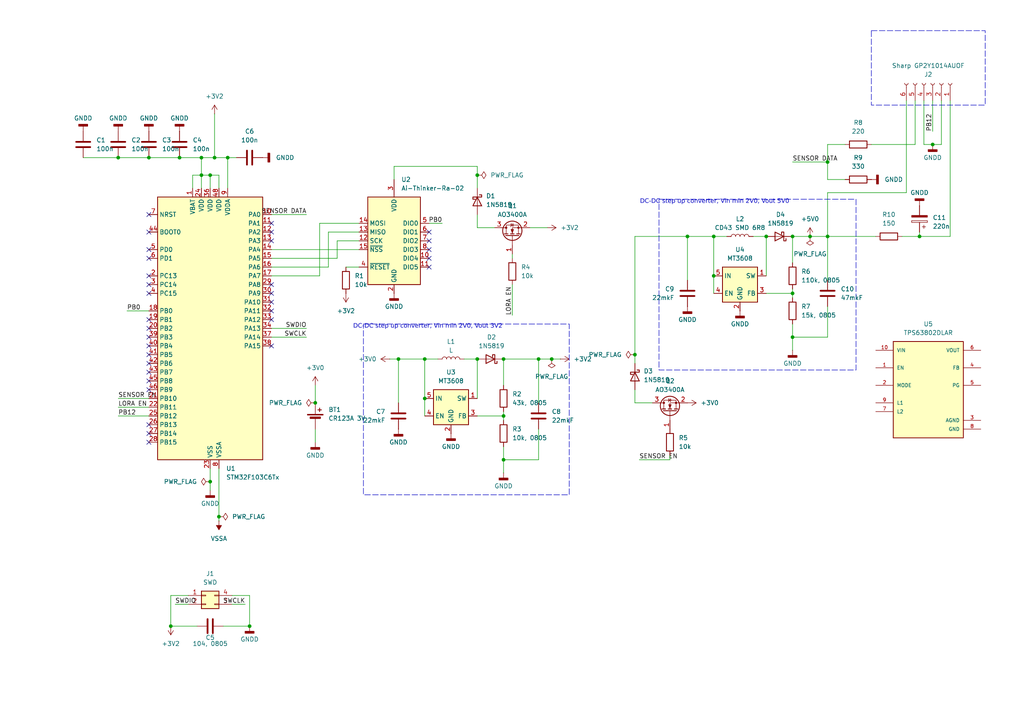
<source format=kicad_sch>
(kicad_sch (version 20250114) (generator "eeschema") (generator_version "9.0")
  (paper "A4")
  (title_block (title "Датчик дыма") (date "2025-05-07") (rev "000.000.001") (comment 2 "Бурыкин И.Ю."))
  (lib_symbols
    (symbol "Connector:Conn_01x06_Socket" (pin_names (offset 1.016) (hide yes))
      (property "Reference" "J" (at 0 7.62 0))
      (property "Value" "Conn_01x06_Socket" (at 0 -10.16 0))
      (symbol "Conn_01x06_Socket_1_1"
        (polyline (pts (xy -1.27 5.08) (xy -0.508 5.08)) (stroke (width 0.1524)))
        (polyline (pts (xy -1.27 2.54) (xy -0.508 2.54)) (stroke (width 0.1524)))
        (polyline (pts (xy -1.27 0) (xy -0.508 0)) (stroke (width 0.1524)))
        (polyline (pts (xy -1.27 -2.54) (xy -0.508 -2.54)) (stroke (width 0.1524)))
        (polyline (pts (xy -1.27 -5.08) (xy -0.508 -5.08)) (stroke (width 0.1524)))
        (polyline (pts (xy -1.27 -7.62) (xy -0.508 -7.62)) (stroke (width 0.1524)))
        (arc (start 0 4.572) (mid -0.5058 5.08) (end 0 5.588) (stroke (width 0.1524)))
        (arc (start 0 2.032) (mid -0.5058 2.54) (end 0 3.048) (stroke (width 0.1524)))
        (arc (start 0 -0.508) (mid -0.5058 0) (end 0 0.508) (stroke (width 0.1524)))
        (arc (start 0 -3.048) (mid -0.5058 -2.54) (end 0 -2.032) (stroke (width 0.1524)))
        (arc (start 0 -5.588) (mid -0.5058 -5.08) (end 0 -4.572) (stroke (width 0.1524)))
        (arc (start 0 -8.128) (mid -0.5058 -7.62) (end 0 -7.112) (stroke (width 0.1524)))
        (pin passive line (at -5.08 5.08 0) (length 3.81) (name "Pin_1") (number "1"))
        (pin passive line (at -5.08 2.54 0) (length 3.81) (name "Pin_2") (number "2"))
        (pin passive line (at -5.08 0 0) (length 3.81) (name "Pin_3") (number "3"))
        (pin passive line (at -5.08 -2.54 0) (length 3.81) (name "Pin_4") (number "4"))
        (pin passive line (at -5.08 -5.08 0) (length 3.81) (name "Pin_5") (number "5"))
        (pin passive line (at -5.08 -7.62 0) (length 3.81) (name "Pin_6") (number "6"))
      )
    )
    (symbol "Connector_Generic:Conn_02x02_Counter_Clockwise" (pin_names (offset 1.016) (hide yes))
      (property "Reference" "J" (at 1.27 2.54 0))
      (property "Value" "Conn_02x02_Counter_Clockwise" (at 1.27 -5.08 0))
      (symbol "Conn_02x02_Counter_Clockwise_1_1"
        (rectangle (start -1.27 1.27) (end 3.81 -3.81) (stroke (width 0.254)) (fill (type background)))
        (rectangle (start -1.27 0.127) (end 0 -0.127) (stroke (width 0.1524)))
        (rectangle (start -1.27 -2.413) (end 0 -2.667) (stroke (width 0.1524)))
        (rectangle (start 3.81 0.127) (end 2.54 -0.127) (stroke (width 0.1524)))
        (rectangle (start 3.81 -2.413) (end 2.54 -2.667) (stroke (width 0.1524)))
        (pin passive line (at -5.08 0 0) (length 3.81) (name "Pin_1") (number "1"))
        (pin passive line (at -5.08 -2.54 0) (length 3.81) (name "Pin_2") (number "2"))
        (pin passive line (at 7.62 0 180) (length 3.81) (name "Pin_4") (number "4"))
        (pin passive line (at 7.62 -2.54 180) (length 3.81) (name "Pin_3") (number "3"))
      )
    )
    (symbol "Custom_library:TPS63802DLAR" (pin_names (offset 1.016))
      (property "Reference" "U" (at -10.16 13.97 0))
      (property "Value" "TPS63802DLAR" (at -10.16 -16.51 0))
      (symbol "TPS63802DLAR_0_0"
        (rectangle (start -10.16 -15.24) (end 10.16 12.7) (stroke (width 0.254)) (fill (type background)))
        (pin input line (at -15.24 10.16 0) (length 5.08) (name "VIN") (number "10"))
        (pin input line (at -15.24 5.08 0) (length 5.08) (name "EN") (number "1"))
        (pin input line (at -15.24 0 0) (length 5.08) (name "MODE") (number "2"))
        (pin passive line (at -15.24 -5.08 0) (length 5.08) (name "L1") (number "9"))
        (pin passive line (at -15.24 -7.62 0) (length 5.08) (name "L2") (number "7"))
        (pin output line (at 15.24 10.16 180) (length 5.08) (name "VOUT") (number "6"))
        (pin input line (at 15.24 5.08 180) (length 5.08) (name "FB") (number "4"))
        (pin output line (at 15.24 0 180) (length 5.08) (name "PG") (number "5"))
        (pin power_in line (at 15.24 -10.16 180) (length 5.08) (name "AGND") (number "3"))
        (pin power_in line (at 15.24 -12.7 180) (length 5.08) (name "GND") (number "8"))
      )
    )
    (symbol "Device:Battery_Cell" (pin_numbers (hide yes)) (pin_names (offset 0) (hide yes))
      (property "Reference" "BT" (at 2.54 2.54 0))
      (property "Value" "Battery_Cell" (at 2.54 0 0))
      (symbol "Battery_Cell_0_1"
        (rectangle (start -2.286 1.778) (end 2.286 1.524) (fill (type outline)))
        (rectangle (start -1.524 1.016) (end 1.524 0.508) (fill (type outline)))
        (polyline (pts (xy 0 1.778) (xy 0 2.54)))
        (polyline (pts (xy 0 0.762) (xy 0 0)))
        (polyline (pts (xy 0.762 3.048) (xy 1.778 3.048)) (stroke (width 0.254)))
        (polyline (pts (xy 1.27 3.556) (xy 1.27 2.54)) (stroke (width 0.254)))
      )
      (symbol "Battery_Cell_1_1"
        (pin passive line (at 0 5.08 270) (length 2.54) (name "+") (number "1"))
        (pin passive line (at 0 -2.54 90) (length 2.54) (name "-") (number "2"))
      )
    )
    (symbol "Device:C" (pin_numbers (hide yes)) (pin_names (offset 0.254))
      (property "Reference" "C" (at 0.635 2.54 0))
      (property "Value" "C" (at 0.635 -2.54 0))
      (symbol "C_0_1"
        (polyline (pts (xy -2.032 0.762) (xy 2.032 0.762)) (stroke (width 0.508)))
        (polyline (pts (xy -2.032 -0.762) (xy 2.032 -0.762)) (stroke (width 0.508)))
      )
      (symbol "C_1_1"
        (pin passive line (at 0 3.81 270) (length 2.794) (name "~") (number "1"))
        (pin passive line (at 0 -3.81 90) (length 2.794) (name "~") (number "2"))
      )
    )
    (symbol "Device:C_Polarized" (pin_numbers (hide yes)) (pin_names (offset 0.254))
      (property "Reference" "C" (at 0.635 2.54 0))
      (property "Value" "C_Polarized" (at 0.635 -2.54 0))
      (symbol "C_Polarized_0_1"
        (rectangle (start -2.286 0.508) (end 2.286 1.016))
        (polyline (pts (xy -1.778 2.286) (xy -0.762 2.286)))
        (polyline (pts (xy -1.27 2.794) (xy -1.27 1.778)))
        (rectangle (start 2.286 -0.508) (end -2.286 -1.016) (fill (type outline)))
      )
      (symbol "C_Polarized_1_1"
        (pin passive line (at 0 3.81 270) (length 2.794) (name "~") (number "1"))
        (pin passive line (at 0 -3.81 90) (length 2.794) (name "~") (number "2"))
      )
    )
    (symbol "Device:L" (pin_numbers (hide yes)) (pin_names (offset 1.016) (hide yes))
      (property "Reference" "L" (at -1.27 0 90))
      (property "Value" "L" (at 1.905 0 90))
      (symbol "L_0_1"
        (arc (start 0 2.54) (mid 0.6323 1.905) (end 0 1.27))
        (arc (start 0 1.27) (mid 0.6323 0.635) (end 0 0))
        (arc (start 0 0) (mid 0.6323 -0.635) (end 0 -1.27))
        (arc (start 0 -1.27) (mid 0.6323 -1.905) (end 0 -2.54))
      )
      (symbol "L_1_1"
        (pin passive line (at 0 3.81 270) (length 1.27) (name "1") (number "1"))
        (pin passive line (at 0 -3.81 90) (length 1.27) (name "2") (number "2"))
      )
    )
    (symbol "Device:R" (pin_numbers (hide yes)) (pin_names (offset 0))
      (property "Reference" "R" (at 2.032 0 90))
      (property "Value" "R" (at 0 0 90))
      (symbol "R_0_1"
        (rectangle (start -1.016 -2.54) (end 1.016 2.54) (stroke (width 0.254)))
      )
      (symbol "R_1_1"
        (pin passive line (at 0 3.81 270) (length 1.27) (name "~") (number "1"))
        (pin passive line (at 0 -3.81 90) (length 1.27) (name "~") (number "2"))
      )
    )
    (symbol "Diode:1N5819" (pin_numbers (hide yes)) (pin_names (offset 1.016) (hide yes))
      (property "Reference" "D" (at 0 2.54 0))
      (property "Value" "1N5819" (at 0 -2.54 0))
      (symbol "1N5819_0_1"
        (polyline (pts (xy -1.905 0.635) (xy -1.905 1.27) (xy -1.27 1.27) (xy -1.27 -1.27) (xy -0.635 -1.27) (xy -0.635 -0.635)) (stroke (width 0.254)))
        (polyline (pts (xy 1.27 1.27) (xy 1.27 -1.27) (xy -1.27 0) (xy 1.27 1.27)) (stroke (width 0.254)))
        (polyline (pts (xy 1.27 0) (xy -1.27 0)))
      )
      (symbol "1N5819_1_1"
        (pin passive line (at -3.81 0 0) (length 2.54) (name "K") (number "1"))
        (pin passive line (at 3.81 0 180) (length 2.54) (name "A") (number "2"))
      )
    )
    (symbol "MCU_ST_STM32F1:STM32F103C6Tx"
      (property "Reference" "U" (at -15.24 39.37 0))
      (property "Value" "STM32F103C6Tx" (at 7.62 39.37 0))
      (symbol "STM32F103C6Tx_0_1"
        (rectangle (start -15.24 -38.1) (end 15.24 38.1) (stroke (width 0.254)) (fill (type background)))
      )
      (symbol "STM32F103C6Tx_1_1"
        (pin input line (at -17.78 33.02 0) (length 2.54) (name "NRST") (number "7"))
        (pin input line (at -17.78 27.94 0) (length 2.54) (name "BOOT0") (number "44"))
        (pin bidirectional line (at -17.78 22.86 0) (length 2.54) (name "PD0") (number "5"))
        (pin bidirectional line (at -17.78 20.32 0) (length 2.54) (name "PD1") (number "6"))
        (pin bidirectional line (at -17.78 15.24 0) (length 2.54) (name "PC13") (number "2"))
        (pin bidirectional line (at -17.78 12.7 0) (length 2.54) (name "PC14") (number "3"))
        (pin bidirectional line (at -17.78 10.16 0) (length 2.54) (name "PC15") (number "4"))
        (pin bidirectional line (at -17.78 5.08 0) (length 2.54) (name "PB0") (number "18"))
        (pin bidirectional line (at -17.78 2.54 0) (length 2.54) (name "PB1") (number "19"))
        (pin bidirectional line (at -17.78 0 0) (length 2.54) (name "PB2") (number "20"))
        (pin bidirectional line (at -17.78 -2.54 0) (length 2.54) (name "PB3") (number "39"))
        (pin bidirectional line (at -17.78 -5.08 0) (length 2.54) (name "PB4") (number "40"))
        (pin bidirectional line (at -17.78 -7.62 0) (length 2.54) (name "PB5") (number "41"))
        (pin bidirectional line (at -17.78 -10.16 0) (length 2.54) (name "PB6") (number "42"))
        (pin bidirectional line (at -17.78 -12.7 0) (length 2.54) (name "PB7") (number "43"))
        (pin bidirectional line (at -17.78 -15.24 0) (length 2.54) (name "PB8") (number "45"))
        (pin bidirectional line (at -17.78 -17.78 0) (length 2.54) (name "PB9") (number "46"))
        (pin bidirectional line (at -17.78 -20.32 0) (length 2.54) (name "PB10") (number "21"))
        (pin bidirectional line (at -17.78 -22.86 0) (length 2.54) (name "PB11") (number "22"))
        (pin bidirectional line (at -17.78 -25.4 0) (length 2.54) (name "PB12") (number "25"))
        (pin bidirectional line (at -17.78 -27.94 0) (length 2.54) (name "PB13") (number "26"))
        (pin bidirectional line (at -17.78 -30.48 0) (length 2.54) (name "PB14") (number "27"))
        (pin bidirectional line (at -17.78 -33.02 0) (length 2.54) (name "PB15") (number "28"))
        (pin power_in line (at -5.08 40.64 270) (length 2.54) (name "VBAT") (number "1"))
        (pin power_in line (at -2.54 40.64 270) (length 2.54) (name "VDD") (number "24"))
        (pin power_in line (at 0 40.64 270) (length 2.54) (name "VDD") (number "36"))
        (pin power_in line (at 0 -40.64 90) (length 2.54) (name "VSS") (number "23"))
        (pin passive line (at 0 -40.64 90) (length 2.54) (hide yes) (name "VSS") (number "35"))
        (pin passive line (at 0 -40.64 90) (length 2.54) (hide yes) (name "VSS") (number "47"))
        (pin power_in line (at 2.54 40.64 270) (length 2.54) (name "VDD") (number "48"))
        (pin power_in line (at 2.54 -40.64 90) (length 2.54) (name "VSSA") (number "8"))
        (pin power_in line (at 5.08 40.64 270) (length 2.54) (name "VDDA") (number "9"))
        (pin bidirectional line (at 17.78 33.02 180) (length 2.54) (name "PA0") (number "10"))
        (pin bidirectional line (at 17.78 30.48 180) (length 2.54) (name "PA1") (number "11"))
        (pin bidirectional line (at 17.78 27.94 180) (length 2.54) (name "PA2") (number "12"))
        (pin bidirectional line (at 17.78 25.4 180) (length 2.54) (name "PA3") (number "13"))
        (pin bidirectional line (at 17.78 22.86 180) (length 2.54) (name "PA4") (number "14"))
        (pin bidirectional line (at 17.78 20.32 180) (length 2.54) (name "PA5") (number "15"))
        (pin bidirectional line (at 17.78 17.78 180) (length 2.54) (name "PA6") (number "16"))
        (pin bidirectional line (at 17.78 15.24 180) (length 2.54) (name "PA7") (number "17"))
        (pin bidirectional line (at 17.78 12.7 180) (length 2.54) (name "PA8") (number "29"))
        (pin bidirectional line (at 17.78 10.16 180) (length 2.54) (name "PA9") (number "30"))
        (pin bidirectional line (at 17.78 7.62 180) (length 2.54) (name "PA10") (number "31"))
        (pin bidirectional line (at 17.78 5.08 180) (length 2.54) (name "PA11") (number "32"))
        (pin bidirectional line (at 17.78 2.54 180) (length 2.54) (name "PA12") (number "33"))
        (pin bidirectional line (at 17.78 0 180) (length 2.54) (name "PA13") (number "34"))
        (pin bidirectional line (at 17.78 -2.54 180) (length 2.54) (name "PA14") (number "37"))
        (pin bidirectional line (at 17.78 -5.08 180) (length 2.54) (name "PA15") (number "38"))
      )
    )
    (symbol "RF_Module:Ai-Thinker-Ra-02"
      (property "Reference" "U" (at 2.54 19.05 0))
      (property "Value" "Ai-Thinker-Ra-02" (at 13.97 -15.24 0))
      (symbol "Ai-Thinker-Ra-02_0_1"
        (rectangle (start -7.62 12.7) (end 7.62 -12.7) (stroke (width 0.254)) (fill (type background)))
      )
      (symbol "Ai-Thinker-Ra-02_1_1"
        (pin input line (at -10.16 5.08 0) (length 2.54) (name "MOSI") (number "14"))
        (pin output line (at -10.16 2.54 0) (length 2.54) (name "MISO") (number "13"))
        (pin input line (at -10.16 0 0) (length 2.54) (name "SCK") (number "12"))
        (pin input line (at -10.16 -2.54 0) (length 2.54) (name "~{NSS}") (number "15"))
        (pin input line (at -10.16 -7.62 0) (length 2.54) (name "~{RESET}") (number "4"))
        (pin power_in line (at 0 17.78 270) (length 5.08) (name "VDD") (number "3"))
        (pin passive line (at 0 -15.24 90) (length 2.54) (hide yes) (name "GND") (number "1"))
        (pin passive line (at 0 -15.24 90) (length 2.54) (hide yes) (name "GND") (number "16"))
        (pin power_in line (at 0 -15.24 90) (length 2.54) (name "GND") (number "2"))
        (pin passive line (at 0 -15.24 90) (length 2.54) (hide yes) (name "GND") (number "9"))
        (pin bidirectional line (at 10.16 5.08 180) (length 2.54) (name "DIO0") (number "5"))
        (pin bidirectional line (at 10.16 2.54 180) (length 2.54) (name "DIO1") (number "6"))
        (pin bidirectional line (at 10.16 0 180) (length 2.54) (name "DIO2") (number "7"))
        (pin bidirectional line (at 10.16 -2.54 180) (length 2.54) (name "DIO3") (number "8"))
        (pin bidirectional line (at 10.16 -5.08 180) (length 2.54) (name "DIO4") (number "10"))
        (pin bidirectional line (at 10.16 -7.62 180) (length 2.54) (name "DIO5") (number "11"))
      )
    )
    (symbol "Regulator_Switching:MT3608"
      (property "Reference" "U" (at -2.54 8.89 0))
      (property "Value" "MT3608" (at -3.81 6.35 0))
      (symbol "MT3608_0_1"
        (rectangle (start -5.08 5.08) (end 5.08 -5.08) (stroke (width 0.254)) (fill (type background)))
      )
      (symbol "MT3608_1_1"
        (pin power_in line (at -7.62 2.54 0) (length 2.54) (name "IN") (number "5"))
        (pin input line (at -7.62 -2.54 0) (length 2.54) (name "EN") (number "4"))
        (pin power_in line (at 0 -7.62 90) (length 2.54) (name "GND") (number "2"))
        (pin no_connect line (at 5.08 0 180) (length 2.54) (hide yes) (name "NC") (number "6"))
        (pin passive line (at 7.62 2.54 180) (length 2.54) (name "SW") (number "1"))
        (pin input line (at 7.62 -2.54 180) (length 2.54) (name "FB") (number "3"))
      )
    )
    (symbol "Transistor_FET:AO3400A" (pin_names (hide yes))
      (property "Reference" "Q" (at 5.08 1.905 0))
      (property "Value" "AO3400A" (at 5.08 0 0))
      (symbol "AO3400A_0_1"
        (polyline (pts (xy 0.254 1.905) (xy 0.254 -1.905)) (stroke (width 0.254)))
        (polyline (pts (xy 0.254 0) (xy -2.54 0)))
        (polyline (pts (xy 0.762 2.286) (xy 0.762 1.27)) (stroke (width 0.254)))
        (polyline (pts (xy 0.762 0.508) (xy 0.762 -0.508)) (stroke (width 0.254)))
        (polyline (pts (xy 0.762 -1.27) (xy 0.762 -2.286)) (stroke (width 0.254)))
        (polyline (pts (xy 0.762 -1.778) (xy 3.302 -1.778) (xy 3.302 1.778) (xy 0.762 1.778)))
        (polyline (pts (xy 1.016 0) (xy 2.032 0.381) (xy 2.032 -0.381) (xy 1.016 0)) (fill (type outline)))
        (circle (center 1.651 0) (radius 2.794) (stroke (width 0.254)))
        (polyline (pts (xy 2.54 2.54) (xy 2.54 1.778)))
        (circle (center 2.54 1.778) (radius 0.254) (fill (type outline)))
        (circle (center 2.54 -1.778) (radius 0.254) (fill (type outline)))
        (polyline (pts (xy 2.54 -2.54) (xy 2.54 0) (xy 0.762 0)))
        (polyline (pts (xy 2.794 0.508) (xy 2.921 0.381) (xy 3.683 0.381) (xy 3.81 0.254)))
        (polyline (pts (xy 3.302 0.381) (xy 2.921 -0.254) (xy 3.683 -0.254) (xy 3.302 0.381)))
      )
      (symbol "AO3400A_1_1"
        (pin input line (at -5.08 0 0) (length 2.54) (name "G") (number "1"))
        (pin passive line (at 2.54 5.08 270) (length 2.54) (name "D") (number "3"))
        (pin passive line (at 2.54 -5.08 90) (length 2.54) (name "S") (number "2"))
      )
    )
    (symbol "power:+3V3" (power) (pin_numbers (hide yes)) (pin_names (offset 0) (hide yes))
      (property "Value" "+3V3" (at 0 3.556 0))
      (symbol "+3V3_0_1"
        (polyline (pts (xy -0.762 1.27) (xy 0 2.54)))
        (polyline (pts (xy 0 2.54) (xy 0.762 1.27)))
        (polyline (pts (xy 0 0) (xy 0 2.54)))
      )
      (symbol "+3V3_1_1"
        (pin power_in line (at 0 0 90) (length 0) (name "~") (number "1"))
      )
    )
    (symbol "power:GNDD" (power) (pin_numbers (hide yes)) (pin_names (offset 0) (hide yes))
      (property "Value" "GNDD" (at 0 -3.175 0))
      (symbol "GNDD_0_1"
        (rectangle (start -1.27 -1.524) (end 1.27 -2.032) (stroke (width 0.254)) (fill (type outline)))
        (polyline (pts (xy 0 0) (xy 0 -1.524)))
      )
      (symbol "GNDD_1_1"
        (pin power_in line (at 0 0 270) (length 0) (name "~") (number "1"))
      )
    )
    (symbol "power:PWR_FLAG" (power) (pin_numbers (hide yes)) (pin_names (offset 0) (hide yes))
      (property "Value" "PWR_FLAG" (at 0 3.81 0))
      (symbol "PWR_FLAG_0_0"
        (pin power_out line (at 0 0 90) (length 0) (name "~") (number "1"))
      )
      (symbol "PWR_FLAG_0_1"
        (polyline (pts (xy 0 0) (xy 0 1.27) (xy -1.016 1.905) (xy 0 2.54) (xy 1.016 1.905) (xy 0 1.27)))
      )
    )
    (symbol "power:VSSA" (power) (pin_numbers (hide yes)) (pin_names (offset 0) (hide yes))
      (property "Value" "VSSA" (at 0 3.556 0))
      (symbol "VSSA_0_1"
        (polyline (pts (xy 0 0) (xy 0 2.54)))
        (polyline (pts (xy 0.762 1.27) (xy -0.762 1.27) (xy 0 2.54) (xy 0.762 1.27)) (fill (type outline)))
      )
      (symbol "VSSA_1_1"
        (pin power_in line (at 0 0 90) (length 0) (name "~") (number "1"))
      )
    )
  )
  (rectangle (start 191.135 57.785) (end 248.285 107.315) (stroke (width 0) (type dash)))
  (rectangle (start 252.73 8.89) (end 285.75 30.48) (stroke (width 0) (type dash)))
  (rectangle (start 105.41 93.98) (end 165.1 143.51) (stroke (width 0) (type dash)))
  (text "DC-DC step up converter, Vin min 2V0, Vout 3V2\n\n" (at 124.079 96.139 0) (effects (font (size 1.27 1.27))))
  (text "DC-DC step up converter, Vin min 2V0, Vout 5V0\n\n" (at 207.264 59.944 0) (effects (font (size 1.27 1.27))))
  (junction (at 123.19 104.14))
  (junction (at 234.95 68.58))
  (junction (at 266.7 68.58))
  (junction (at 60.96 139.7))
  (junction (at 66.04 45.72))
  (junction (at 207.01 68.58))
  (junction (at 146.05 120.65))
  (junction (at 60.96 50.8))
  (junction (at 229.87 68.58))
  (junction (at 34.29 45.72))
  (junction (at 199.39 68.58))
  (junction (at 138.43 104.14))
  (junction (at 62.23 45.72))
  (junction (at 58.42 50.8))
  (junction (at 229.87 85.09))
  (junction (at 91.44 116.84))
  (junction (at 72.39 181.61))
  (junction (at 49.53 181.61))
  (junction (at 52.07 45.72))
  (junction (at 240.03 68.58))
  (junction (at 229.87 97.79))
  (junction (at 146.05 104.14))
  (junction (at 115.57 104.14))
  (junction (at 63.5 149.86))
  (junction (at 43.18 45.72))
  (junction (at 270.51 41.91))
  (junction (at 240.03 46.99))
  (junction (at 160.02 104.14))
  (junction (at 123.19 115.57))
  (junction (at 146.05 133.35))
  (junction (at 138.43 50.8))
  (junction (at 156.21 104.14))
  (junction (at 184.15 102.87))
  (junction (at 207.01 80.01))
  (junction (at 58.42 45.72))
  (junction (at 222.25 68.58))
  (no_connect (at 124.46 67.31))
  (no_connect (at 43.18 102.87))
  (no_connect (at 78.74 100.33))
  (no_connect (at 43.18 105.41))
  (no_connect (at 78.74 92.71))
  (no_connect (at 78.74 90.17))
  (no_connect (at 124.46 69.85))
  (no_connect (at 43.18 80.01))
  (no_connect (at 78.74 87.63))
  (no_connect (at 124.46 74.93))
  (no_connect (at 78.74 85.09))
  (no_connect (at 43.18 113.03))
  (no_connect (at 78.74 67.31))
  (no_connect (at 43.18 128.27))
  (no_connect (at 43.18 82.55))
  (no_connect (at 78.74 82.55))
  (no_connect (at 43.18 67.31))
  (no_connect (at 43.18 97.79))
  (no_connect (at 43.18 100.33))
  (no_connect (at 78.74 64.77))
  (no_connect (at 124.46 72.39))
  (no_connect (at 43.18 110.49))
  (no_connect (at 43.18 125.73))
  (no_connect (at 43.18 85.09))
  (no_connect (at 124.46 77.47))
  (no_connect (at 43.18 74.93))
  (no_connect (at 43.18 72.39))
  (no_connect (at 43.18 62.23))
  (no_connect (at 78.74 69.85))
  (no_connect (at 43.18 123.19))
  (no_connect (at 43.18 107.95))
  (no_connect (at 43.18 92.71))
  (no_connect (at 43.18 95.25))
  (wire (pts (xy 43.18 45.72) (xy 52.07 45.72)))
  (wire (pts (xy 138.43 66.04) (xy 138.43 62.23)))
  (wire (pts (xy 240.03 68.58) (xy 240.03 81.28)))
  (wire (pts (xy 78.74 95.25) (xy 88.9 95.25)))
  (wire (pts (xy 66.04 45.72) (xy 66.04 54.61)))
  (wire (pts (xy 146.05 119.38) (xy 146.05 120.65)))
  (wire (pts (xy 49.53 172.72) (xy 49.53 181.61)))
  (wire (pts (xy 58.42 50.8) (xy 60.96 50.8)))
  (wire (pts (xy 184.15 116.84) (xy 189.23 116.84)))
  (wire (pts (xy 148.59 82.55) (xy 148.59 91.44)))
  (wire (pts (xy 265.43 41.91) (xy 252.73 41.91)))
  (wire (pts (xy 60.96 135.89) (xy 60.96 139.7)))
  (wire (pts (xy 222.25 68.58) (xy 218.44 68.58)))
  (wire (pts (xy 55.88 50.8) (xy 58.42 50.8)))
  (wire (pts (xy 58.42 50.8) (xy 58.42 54.61)))
  (wire (pts (xy 266.7 68.58) (xy 266.7 67.31)))
  (wire (pts (xy 146.05 137.16) (xy 146.05 133.35)))
  (wire (pts (xy 97.79 69.85) (xy 104.14 69.85)))
  (wire (pts (xy 153.67 66.04) (xy 158.75 66.04)))
  (wire (pts (xy 63.5 149.86) (xy 63.5 151.13)))
  (wire (pts (xy 265.43 29.21) (xy 265.43 41.91)))
  (wire (pts (xy 34.29 45.72) (xy 43.18 45.72)))
  (wire (pts (xy 266.7 68.58) (xy 275.59 68.58)))
  (wire (pts (xy 184.15 68.58) (xy 199.39 68.58)))
  (wire (pts (xy 95.25 77.47) (xy 95.25 67.31)))
  (wire (pts (xy 229.87 85.09) (xy 229.87 86.36)))
  (wire (pts (xy 91.44 124.46) (xy 91.44 128.27)))
  (wire (pts (xy 97.79 74.93) (xy 97.79 69.85)))
  (wire (pts (xy 222.25 85.09) (xy 229.87 85.09)))
  (wire (pts (xy 113.03 104.14) (xy 115.57 104.14)))
  (wire (pts (xy 114.3 48.26) (xy 114.3 52.07)))
  (wire (pts (xy 229.87 97.79) (xy 240.03 97.79)))
  (wire (pts (xy 229.87 97.79) (xy 229.87 93.98)))
  (wire (pts (xy 54.61 172.72) (xy 49.53 172.72)))
  (wire (pts (xy 146.05 120.65) (xy 146.05 121.92)))
  (wire (pts (xy 185.42 133.35) (xy 194.31 133.35)))
  (wire (pts (xy 52.07 45.72) (xy 58.42 45.72)))
  (wire (pts (xy 60.96 50.8) (xy 60.96 54.61)))
  (wire (pts (xy 78.74 80.01) (xy 92.71 80.01)))
  (wire (pts (xy 115.57 104.14) (xy 115.57 116.84)))
  (wire (pts (xy 60.96 50.8) (xy 63.5 50.8)))
  (wire (pts (xy 78.74 72.39) (xy 104.14 72.39)))
  (wire (pts (xy 240.03 52.07) (xy 245.11 52.07)))
  (wire (pts (xy 146.05 104.14) (xy 156.21 104.14)))
  (wire (pts (xy 261.62 68.58) (xy 266.7 68.58)))
  (wire (pts (xy 124.46 64.77) (xy 128.27 64.77)))
  (wire (pts (xy 184.15 102.87) (xy 184.15 68.58)))
  (wire (pts (xy 184.15 116.84) (xy 184.15 113.03)))
  (wire (pts (xy 63.5 135.89) (xy 63.5 149.86)))
  (wire (pts (xy 88.9 62.23) (xy 78.74 62.23)))
  (wire (pts (xy 240.03 41.91) (xy 240.03 46.99)))
  (wire (pts (xy 24.13 45.72) (xy 34.29 45.72)))
  (wire (pts (xy 34.29 120.65) (xy 43.18 120.65)))
  (wire (pts (xy 146.05 133.35) (xy 156.21 133.35)))
  (wire (pts (xy 115.57 104.14) (xy 123.19 104.14)))
  (wire (pts (xy 262.89 29.21) (xy 262.89 55.88)))
  (wire (pts (xy 199.39 68.58) (xy 199.39 81.28)))
  (wire (pts (xy 78.74 97.79) (xy 88.9 97.79)))
  (wire (pts (xy 138.43 120.65) (xy 146.05 120.65)))
  (wire (pts (xy 234.95 68.58) (xy 240.03 68.58)))
  (wire (pts (xy 229.87 46.99) (xy 240.03 46.99)))
  (wire (pts (xy 50.8 175.26) (xy 54.61 175.26)))
  (wire (pts (xy 95.25 67.31) (xy 104.14 67.31)))
  (wire (pts (xy 49.53 181.61) (xy 57.15 181.61)))
  (wire (pts (xy 229.87 83.82) (xy 229.87 85.09)))
  (wire (pts (xy 160.02 104.14) (xy 162.56 104.14)))
  (wire (pts (xy 240.03 55.88) (xy 240.03 68.58)))
  (wire (pts (xy 267.97 41.91) (xy 270.51 41.91)))
  (wire (pts (xy 229.87 68.58) (xy 229.87 76.2)))
  (wire (pts (xy 270.51 41.91) (xy 273.05 41.91)))
  (wire (pts (xy 240.03 41.91) (xy 245.11 41.91)))
  (wire (pts (xy 58.42 45.72) (xy 62.23 45.72)))
  (wire (pts (xy 275.59 29.21) (xy 275.59 68.58)))
  (wire (pts (xy 148.59 73.66) (xy 148.59 74.93)))
  (wire (pts (xy 72.39 181.61) (xy 72.39 172.72)))
  (wire (pts (xy 273.05 29.21) (xy 273.05 41.91)))
  (wire (pts (xy 199.39 68.58) (xy 207.01 68.58)))
  (wire (pts (xy 156.21 104.14) (xy 156.21 116.84)))
  (wire (pts (xy 156.21 104.14) (xy 160.02 104.14)))
  (wire (pts (xy 138.43 66.04) (xy 143.51 66.04)))
  (wire (pts (xy 184.15 105.41) (xy 184.15 102.87)))
  (wire (pts (xy 55.88 50.8) (xy 55.88 54.61)))
  (wire (pts (xy 78.74 74.93) (xy 97.79 74.93)))
  (wire (pts (xy 222.25 80.01) (xy 222.25 68.58)))
  (wire (pts (xy 138.43 115.57) (xy 138.43 104.14)))
  (wire (pts (xy 262.89 55.88) (xy 240.03 55.88)))
  (wire (pts (xy 207.01 68.58) (xy 210.82 68.58)))
  (wire (pts (xy 194.31 133.35) (xy 194.31 132.08)))
  (wire (pts (xy 123.19 115.57) (xy 123.19 120.65)))
  (wire (pts (xy 92.71 80.01) (xy 92.71 64.77)))
  (wire (pts (xy 240.03 46.99) (xy 240.03 52.07)))
  (wire (pts (xy 62.23 45.72) (xy 66.04 45.72)))
  (wire (pts (xy 123.19 115.57) (xy 123.19 104.14)))
  (wire (pts (xy 62.23 33.02) (xy 62.23 45.72)))
  (wire (pts (xy 207.01 80.01) (xy 207.01 68.58)))
  (wire (pts (xy 146.05 133.35) (xy 146.05 129.54)))
  (wire (pts (xy 43.18 115.57) (xy 34.29 115.57)))
  (wire (pts (xy 229.87 68.58) (xy 234.95 68.58)))
  (wire (pts (xy 60.96 139.7) (xy 60.96 142.24)))
  (wire (pts (xy 104.14 77.47) (xy 100.33 77.47)))
  (wire (pts (xy 72.39 172.72) (xy 67.31 172.72)))
  (wire (pts (xy 207.01 80.01) (xy 207.01 85.09)))
  (wire (pts (xy 240.03 68.58) (xy 254 68.58)))
  (wire (pts (xy 123.19 104.14) (xy 127 104.14)))
  (wire (pts (xy 229.87 101.6) (xy 229.87 97.79)))
  (wire (pts (xy 58.42 45.72) (xy 58.42 50.8)))
  (wire (pts (xy 138.43 48.26) (xy 114.3 48.26)))
  (wire (pts (xy 270.51 29.21) (xy 270.51 38.1)))
  (wire (pts (xy 156.21 133.35) (xy 156.21 124.46)))
  (wire (pts (xy 267.97 29.21) (xy 267.97 41.91)))
  (wire (pts (xy 138.43 48.26) (xy 138.43 50.8)))
  (wire (pts (xy 34.29 118.11) (xy 43.18 118.11)))
  (wire (pts (xy 66.04 45.72) (xy 68.58 45.72)))
  (wire (pts (xy 92.71 64.77) (xy 104.14 64.77)))
  (wire (pts (xy 138.43 104.14) (xy 134.62 104.14)))
  (wire (pts (xy 138.43 50.8) (xy 138.43 54.61)))
  (wire (pts (xy 43.18 90.17) (xy 36.83 90.17)))
  (wire (pts (xy 240.03 97.79) (xy 240.03 88.9)))
  (wire (pts (xy 63.5 50.8) (xy 63.5 54.61)))
  (wire (pts (xy 146.05 104.14) (xy 146.05 111.76)))
  (wire (pts (xy 78.74 77.47) (xy 95.25 77.47)))
  (wire (pts (xy 91.44 111.76) (xy 91.44 116.84)))
  (wire (pts (xy 64.77 181.61) (xy 72.39 181.61)))
  (wire (pts (xy 67.31 175.26) (xy 71.12 175.26)))
  (label "SWCLK" (at 88.9 97.79 180))
  (label "LORA EN" (at 148.59 91.44 90))
  (label "SENSOR EN" (at 34.29 115.57 0))
  (label "SENSOR DATA" (at 88.9 62.23 180))
  (label "SWCLK" (at 71.12 175.26 180))
  (label "PB12" (at 270.51 38.1 90))
  (label "LORA EN" (at 34.29 118.11 0))
  (label "PB12" (at 34.29 120.65 0))
  (label "SWDIO" (at 50.8 175.26 0))
  (label "SWDIO" (at 88.9 95.25 180))
  (label "SENSOR EN" (at 185.42 133.35 0))
  (label "PB0" (at 36.83 90.17 0))
  (label "PB0" (at 128.27 64.77 180))
  (label "SENSOR DATA" (at 229.87 46.99 0))
  (symbol (lib_id "power:GNDD") (at 199.39 88.9 0) (unit 1)
    (property "Reference" "#PWR021" (effects (hide yes)))
    (property "Value" "GNDD" (at 199.39 92.71 0))
    (property "Description" "Power symbol creates a global label with name \"GNDD\" , digital ground" (effects (hide yes)))
  )
  (symbol (lib_id "Device:R") (at 146.05 115.57 0) (unit 1)
    (property "Reference" "R2" (at 148.59 114.3 0) (effects (justify left)))
    (property "Value" "43k, 0805" (at 148.59 116.84 0) (effects (justify left)))
    (property "Footprint" "Resistor_SMD:R_0805_2012Metric_Pad1.20x1.40mm_HandSolder" (effects (hide yes)))
    (property "Description" "Resistor" (effects (hide yes)))
  )
  (symbol (lib_id "power:+3V3") (at 49.53 181.61 180) (unit 1)
    (property "Reference" "#PWR04" (effects (hide yes)))
    (property "Value" "+3V2" (at 49.53 186.69 0))
    (property "Description" "Power symbol creates a global label with name \"+3V3\"" (effects (hide yes)))
  )
  (symbol (lib_id "Device:C") (at 24.13 41.91 180) (unit 1)
    (property "Reference" "C1" (at 27.94 40.64 0) (effects (justify right)))
    (property "Value" "100n" (at 27.94 43.18 0) (effects (justify right)))
    (property "Footprint" "Capacitor_SMD:C_0805_2012Metric_Pad1.18x1.45mm_HandSolder" (effects (hide yes)))
    (property "Description" "Unpolarized capacitor" (effects (hide yes)))
  )
  (symbol (lib_id "Device:R") (at 148.59 78.74 0) (unit 1)
    (property "Reference" "R4" (at 151.13 77.47 0) (effects (justify left)))
    (property "Value" "10k" (at 151.13 80.01 0) (effects (justify left)))
    (property "Footprint" "Resistor_SMD:R_0805_2012Metric_Pad1.20x1.40mm_HandSolder" (effects (hide yes)))
    (property "Description" "Resistor" (effects (hide yes)))
  )
  (symbol (lib_id "power:+3V3") (at 113.03 104.14 90) (unit 1)
    (property "Reference" "#PWR014" (effects (hide yes)))
    (property "Value" "+3V0" (at 109.22 104.14 90) (effects (justify left)))
    (property "Description" "Power symbol creates a global label with name \"+3V3\"" (effects (hide yes)))
  )
  (symbol (lib_id "Device:C") (at 43.18 41.91 180) (unit 1)
    (property "Reference" "C3" (at 46.99 40.64 0) (effects (justify right)))
    (property "Value" "100n" (at 46.99 43.18 0) (effects (justify right)))
    (property "Footprint" "Capacitor_SMD:C_0805_2012Metric_Pad1.18x1.45mm_HandSolder" (effects (hide yes)))
    (property "Description" "Unpolarized capacitor" (effects (hide yes)))
  )
  (symbol (lib_id "RF_Module:Ai-Thinker-Ra-02") (at 114.3 69.85 0) (unit 1)
    (property "Reference" "U2" (at 116.3865 52.07 0) (effects (justify left)))
    (property "Value" "Ai-Thinker-Ra-02" (at 116.3865 54.61 0) (effects (justify left)))
    (property "Footprint" "RF_Module:Ai-Thinker-Ra-01-LoRa" (effects (hide yes)))
    (property "Datasheet" "http://wiki.ai-thinker.com/_media/lora/docs/c048ps01a1_ra-02_product_specification_v1.1.pdf" (effects (hide yes)))
    (property "Description" "Ai-Thinker Ra-02 410-525 MHz LoRa Module, SPI interface, U.FL antenna connector" (effects (hide yes)))
  )
  (symbol (lib_id "power:GNDD") (at 91.44 128.27 0) (unit 1)
    (property "Reference" "#PWR012" (effects (hide yes)))
    (property "Value" "GNDD" (at 91.44 132.08 0))
    (property "Description" "Power symbol creates a global label with name \"GNDD\" , digital ground" (effects (hide yes)))
  )
  (symbol (lib_id "power:+3V3") (at 100.33 85.09 180) (unit 1)
    (property "Reference" "#PWR013" (effects (hide yes)))
    (property "Value" "+3V2" (at 100.33 90.17 0))
    (property "Description" "Power symbol creates a global label with name \"+3V3\"" (effects (hide yes)))
  )
  (symbol (lib_id "Connector_Generic:Conn_02x02_Counter_Clockwise") (at 59.69 172.72 0) (unit 1)
    (property "Reference" "J1" (at 60.96 166.37 0))
    (property "Value" "SWD" (at 60.96 168.91 0))
    (property "Footprint" "Connector_PinHeader_2.54mm:PinHeader_2x02_P2.54mm_Vertical" (effects (hide yes)))
    (property "Description" "Generic connector, double row, 02x02, counter clockwise pin numbering scheme (similar to DIP package numbering), script generated (kicad-library-utils/schlib/autogen/connector/)" (effects (hide yes)))
  )
  (symbol (lib_id "Device:R") (at 229.87 80.01 0) (unit 1)
    (property "Reference" "R6" (at 232.41 78.74 0) (effects (justify left)))
    (property "Value" "110k, 0805" (at 232.41 81.28 0) (effects (justify left)))
    (property "Footprint" "Resistor_SMD:R_0805_2012Metric_Pad1.20x1.40mm_HandSolder" (effects (hide yes)))
    (property "Description" "Resistor" (effects (hide yes)))
  )
  (symbol (lib_id "Device:Battery_Cell") (at 91.44 121.92 0) (unit 1)
    (property "Reference" "BT1" (at 95.25 118.8085 0) (effects (justify left)))
    (property "Value" "CR123A 3V" (at 95.25 121.3485 0) (effects (justify left)))
    (property "Footprint" "Battery:BatteryHolder_Keystone_2462_2xAA" (effects (hide yes)))
    (property "Description" "Single-cell battery" (effects (hide yes)))
    (property "Sim.Device" "V" (effects (hide yes)))
    (property "Sim.Type" "DC" (effects (hide yes)))
    (property "Sim.Pins" "1=+ 2=-" (effects (hide yes)))
    (property "Sim.Params" "dc=3" (effects (hide yes)))
  )
  (symbol (lib_id "Regulator_Switching:MT3608") (at 130.81 118.11 0) (unit 1)
    (property "Reference" "U3" (at 130.81 107.95 0))
    (property "Value" "MT3608" (at 130.81 110.49 0))
    (property "Footprint" "Package_TO_SOT_SMD:SOT-23-6" (effects (hide yes)))
    (property "Datasheet" "https://www.olimex.com/Products/Breadboarding/BB-PWR-3608/resources/MT3608.pdf" (effects (hide yes)))
    (property "Description" "High Efficiency 1.2MHz 2A Step Up Converter, 2-24V Vin, 28V Vout, 4A current limit, 1.2MHz, SOT23-6" (effects (hide yes)))
  )
  (symbol (lib_id "power:GNDD") (at 52.07 38.1 180) (unit 1)
    (property "Reference" "#PWR05" (effects (hide yes)))
    (property "Value" "GNDD" (at 52.07 34.29 0))
    (property "Description" "Power symbol creates a global label with name \"GNDD\" , digital ground" (effects (hide yes)))
  )
  (symbol (lib_id "Device:C") (at 60.96 181.61 270) (unit 1)
    (property "Reference" "C5" (at 60.96 184.912 90))
    (property "Value" "104, 0805" (at 60.96 186.69 90))
    (property "Footprint" "Capacitor_SMD:C_0805_2012Metric_Pad1.18x1.45mm_HandSolder" (effects (hide yes)))
    (property "Description" "Unpolarized capacitor" (effects (hide yes)))
  )
  (symbol (lib_id "power:PWR_FLAG") (at 160.02 104.14 180) (unit 1)
    (property "Reference" "#FLG05" (effects (hide yes)))
    (property "Value" "PWR_FLAG" (at 160.02 109.22 0))
    (property "Description" "Special symbol for telling ERC where power comes from" (effects (hide yes)))
  )
  (symbol (lib_id "Transistor_FET:AO3400A") (at 148.59 68.58 90) (unit 1)
    (property "Reference" "Q1" (at 148.59 59.69 90))
    (property "Value" "AO3400A" (at 148.59 62.23 90))
    (property "Footprint" "Package_TO_SOT_SMD:SOT-23" (effects (hide yes)))
    (property "Datasheet" "http://www.aosmd.com/pdfs/datasheet/AO3400A.pdf" (effects (hide yes)))
    (property "Description" "30V Vds, 5.7A Id, N-Channel MOSFET, SOT-23" (effects (hide yes)))
  )
  (symbol (lib_id "power:PWR_FLAG") (at 63.5 149.86 270) (unit 1)
    (property "Reference" "#FLG02" (effects (hide yes)))
    (property "Value" "PWR_FLAG" (at 67.31 149.86 90) (effects (justify left)))
    (property "Description" "Special symbol for telling ERC where power comes from" (effects (hide yes)))
  )
  (symbol (lib_id "Device:C") (at 34.29 41.91 180) (unit 1)
    (property "Reference" "C2" (at 38.1 40.64 0) (effects (justify right)))
    (property "Value" "100n" (at 38.1 43.18 0) (effects (justify right)))
    (property "Footprint" "Capacitor_SMD:C_0805_2012Metric_Pad1.18x1.45mm_HandSolder" (effects (hide yes)))
    (property "Description" "Unpolarized capacitor" (effects (hide yes)))
  )
  (symbol (lib_id "power:GNDD") (at 266.7 59.69 180) (unit 1)
    (property "Reference" "#PWR027" (effects (hide yes)))
    (property "Value" "GNDD" (at 266.7 55.88 0))
    (property "Description" "Power symbol creates a global label with name \"GNDD\" , digital ground" (effects (hide yes)))
  )
  (symbol (lib_id "Device:R") (at 248.92 41.91 90) (unit 1)
    (property "Reference" "R8" (at 248.92 35.56 90))
    (property "Value" "220" (at 248.92 38.1 90))
    (property "Footprint" "Resistor_SMD:R_0805_2012Metric_Pad1.20x1.40mm_HandSolder" (effects (hide yes)))
    (property "Description" "Resistor" (effects (hide yes)))
  )
  (symbol (lib_id "Device:L") (at 214.63 68.58 90) (unit 1)
    (property "Reference" "L2" (at 214.63 63.5 90))
    (property "Value" "CD43 SMD 6R8" (at 214.63 66.04 90))
    (property "Footprint" "Footprints:CD43" (effects (hide yes)))
    (property "Description" "Inductor" (effects (hide yes)))
  )
  (symbol (lib_id "Device:C") (at 156.21 120.65 180) (unit 1)
    (property "Reference" "C8" (at 160.02 119.38 0) (effects (justify right)))
    (property "Value" "22mkF" (at 160.02 121.92 0) (effects (justify right)))
    (property "Footprint" "Capacitor_SMD:C_0805_2012Metric_Pad1.18x1.45mm_HandSolder" (effects (hide yes)))
    (property "Description" "Unpolarized capacitor" (effects (hide yes)))
  )
  (symbol (lib_id "power:GNDD") (at 214.63 90.17 0) (unit 1)
    (property "Reference" "#PWR023" (effects (hide yes)))
    (property "Value" "GNDD" (at 214.63 93.98 0))
    (property "Description" "Power symbol creates a global label with name \"GNDD\" , digital ground" (effects (hide yes)))
  )
  (symbol (lib_id "Device:R") (at 248.92 52.07 90) (unit 1)
    (property "Reference" "R9" (at 248.92 45.72 90))
    (property "Value" "330" (at 248.92 48.26 90))
    (property "Footprint" "Resistor_SMD:R_0805_2012Metric_Pad1.20x1.40mm_HandSolder" (effects (hide yes)))
    (property "Description" "Resistor" (effects (hide yes)))
  )
  (symbol (lib_id "power:GNDD") (at 146.05 137.16 0) (unit 1)
    (property "Reference" "#PWR018" (effects (hide yes)))
    (property "Value" "GNDD" (at 146.05 140.97 0))
    (property "Description" "Power symbol creates a global label with name \"GNDD\" , digital ground" (effects (hide yes)))
  )
  (symbol (lib_id "Device:R") (at 194.31 128.27 0) (unit 1)
    (property "Reference" "R5" (at 196.85 127 0) (effects (justify left)))
    (property "Value" "10k" (at 196.85 129.54 0) (effects (justify left)))
    (property "Footprint" "Resistor_SMD:R_0805_2012Metric_Pad1.20x1.40mm_HandSolder" (effects (hide yes)))
    (property "Description" "Resistor" (effects (hide yes)))
  )
  (symbol (lib_id "Device:C") (at 52.07 41.91 180) (unit 1)
    (property "Reference" "C4" (at 55.88 40.64 0) (effects (justify right)))
    (property "Value" "100n" (at 55.88 43.18 0) (effects (justify right)))
    (property "Footprint" "Capacitor_SMD:C_0805_2012Metric_Pad1.18x1.45mm_HandSolder" (effects (hide yes)))
    (property "Description" "Unpolarized capacitor" (effects (hide yes)))
  )
  (symbol (lib_id "Device:C") (at 240.03 85.09 180) (unit 1)
    (property "Reference" "C10" (at 243.84 83.82 0) (effects (justify right)))
    (property "Value" "47mkF" (at 243.84 86.36 0) (effects (justify right)))
    (property "Footprint" "Capacitor_SMD:C_0805_2012Metric_Pad1.18x1.45mm_HandSolder" (effects (hide yes)))
    (property "Description" "Unpolarized capacitor" (effects (hide yes)))
  )
  (symbol (lib_id "Device:C_Polarized") (at 266.7 63.5 180) (unit 1)
    (property "Reference" "C11" (at 270.51 63.119 0) (effects (justify right)))
    (property "Value" "220n" (at 270.51 65.659 0) (effects (justify right)))
    (property "Footprint" "Capacitor_SMD:C_0805_2012Metric_Pad1.18x1.45mm_HandSolder" (effects (hide yes)))
    (property "Description" "Polarized capacitor" (effects (hide yes)))
  )
  (symbol (lib_id "power:GNDD") (at 60.96 142.24 0) (unit 1)
    (property "Reference" "#PWR06" (effects (hide yes)))
    (property "Value" "GNDD" (at 60.96 146.05 0))
    (property "Description" "Power symbol creates a global label with name \"GNDD\" , digital ground" (effects (hide yes)))
  )
  (symbol (lib_id "power:+3V3") (at 162.56 104.14 270) (unit 1)
    (property "Reference" "#PWR020" (effects (hide yes)))
    (property "Value" "+3V2" (at 166.37 104.14 90) (effects (justify left)))
    (property "Description" "Power symbol creates a global label with name \"+3V3\"" (effects (hide yes)))
  )
  (symbol (lib_id "Device:R") (at 100.33 81.28 0) (unit 1)
    (property "Reference" "R1" (at 102.87 80.01 0) (effects (justify left)))
    (property "Value" "10k" (at 102.87 82.55 0) (effects (justify left)))
    (property "Footprint" "Resistor_SMD:R_0805_2012Metric_Pad1.20x1.40mm_HandSolder" (effects (hide yes)))
    (property "Description" "Resistor" (effects (hide yes)))
  )
  (symbol (lib_id "power:+3V3") (at 158.75 66.04 270) (unit 1)
    (property "Reference" "#PWR019" (effects (hide yes)))
    (property "Value" "+3V2" (at 162.56 66.04 90) (effects (justify left)))
    (property "Description" "Power symbol creates a global label with name \"+3V3\"" (effects (hide yes)))
  )
  (symbol (lib_id "Transistor_FET:AO3400A") (at 194.31 119.38 90) (unit 1)
    (property "Reference" "Q2" (at 194.31 110.49 90))
    (property "Value" "AO3400A" (at 194.31 113.03 90))
    (property "Footprint" "Package_TO_SOT_SMD:SOT-23" (effects (hide yes)))
    (property "Datasheet" "http://www.aosmd.com/pdfs/datasheet/AO3400A.pdf" (effects (hide yes)))
    (property "Description" "30V Vds, 5.7A Id, N-Channel MOSFET, SOT-23" (effects (hide yes)))
  )
  (symbol (lib_id "power:+3V3") (at 199.39 116.84 270) (unit 1)
    (property "Reference" "#PWR022" (effects (hide yes)))
    (property "Value" "+3V0" (at 203.2 116.84 90) (effects (justify left)))
    (property "Description" "Power symbol creates a global label with name \"+3V3\"" (effects (hide yes)))
  )
  (symbol (lib_id "power:+3V3") (at 62.23 33.02 0) (unit 1)
    (property "Reference" "#PWR07" (effects (hide yes)))
    (property "Value" "+3V2" (at 62.23 27.94 0))
    (property "Description" "Power symbol creates a global label with name \"+3V3\"" (effects (hide yes)))
  )
  (symbol (lib_id "power:PWR_FLAG") (at 184.15 102.87 90) (unit 1)
    (property "Reference" "#FLG06" (effects (hide yes)))
    (property "Value" "PWR_FLAG" (at 180.34 102.87 90) (effects (justify left)))
    (property "Description" "Special symbol for telling ERC where power comes from" (effects (hide yes)))
  )
  (symbol (lib_id "power:GNDD") (at 34.29 38.1 180) (unit 1)
    (property "Reference" "#PWR02" (effects (hide yes)))
    (property "Value" "GNDD" (at 34.29 34.29 0))
    (property "Description" "Power symbol creates a global label with name \"GNDD\" , digital ground" (effects (hide yes)))
  )
  (symbol (lib_id "Connector:Conn_01x06_Socket") (at 270.51 24.13 270) (mirror x) (unit 1)
    (property "Reference" "J2" (at 269.24 21.59 90))
    (property "Value" "Sharp GP2Y1014AUOF" (at 269.24 19.05 90))
    (property "Footprint" "Connector_JST:JST_PH_S6B-PH-K_1x06_P2.00mm_Horizontal" (effects (hide yes)))
    (property "Description" "Generic connector, single row, 01x06, script generated" (effects (hide yes)))
  )
  (symbol (lib_id "power:+3V3") (at 234.95 68.58 0) (unit 1)
    (property "Reference" "#PWR025" (effects (hide yes)))
    (property "Value" "+5V0" (at 234.95 63.5 0))
    (property "Description" "Power symbol creates a global label with name \"+3V3\"" (effects (hide yes)))
  )
  (symbol (lib_id "power:VSSA") (at 63.5 151.13 180) (unit 1)
    (property "Reference" "#PWR08" (effects (hide yes)))
    (property "Value" "VSSA" (at 63.5 156.21 0))
    (property "Description" "Power symbol creates a global label with name \"VSSA\"" (effects (hide yes)))
  )
  (symbol (lib_id "Device:C") (at 199.39 85.09 0) (mirror x) (unit 1)
    (property "Reference" "C9" (at 195.58 83.82 0) (effects (justify right)))
    (property "Value" "22mkF" (at 195.58 86.36 0) (effects (justify right)))
    (property "Footprint" "Capacitor_SMD:C_0805_2012Metric_Pad1.18x1.45mm_HandSolder" (effects (hide yes)))
    (property "Description" "Unpolarized capacitor" (effects (hide yes)))
  )
  (symbol (lib_id "power:PWR_FLAG") (at 234.95 68.58 180) (unit 1)
    (property "Reference" "#FLG07" (effects (hide yes)))
    (property "Value" "PWR_FLAG" (at 234.95 73.66 0))
    (property "Description" "Special symbol for telling ERC where power comes from" (effects (hide yes)))
  )
  (symbol (lib_id "Device:R") (at 257.81 68.58 270) (unit 1)
    (property "Reference" "R10" (at 257.81 62.23 90))
    (property "Value" "150" (at 257.81 64.77 90))
    (property "Footprint" "Resistor_SMD:R_0805_2012Metric_Pad1.20x1.40mm_HandSolder" (effects (hide yes)))
    (property "Description" "Resistor" (effects (hide yes)))
  )
  (symbol (lib_id "Regulator_Switching:MT3608") (at 214.63 82.55 0) (unit 1)
    (property "Reference" "U4" (at 214.63 72.39 0))
    (property "Value" "MT3608" (at 214.63 74.93 0))
    (property "Footprint" "Package_TO_SOT_SMD:SOT-23-6" (effects (hide yes)))
    (property "Datasheet" "https://www.olimex.com/Products/Breadboarding/BB-PWR-3608/resources/MT3608.pdf" (effects (hide yes)))
    (property "Description" "High Efficiency 1.2MHz 2A Step Up Converter, 2-24V Vin, 28V Vout, 4A current limit, 1.2MHz, SOT23-6" (effects (hide yes)))
  )
  (symbol (lib_id "power:PWR_FLAG") (at 91.44 116.84 90) (unit 1)
    (property "Reference" "#FLG03" (effects (hide yes)))
    (property "Value" "PWR_FLAG" (at 87.63 116.84 90) (effects (justify left)))
    (property "Description" "Special symbol for telling ERC where power comes from" (effects (hide yes)))
  )
  (symbol (lib_id "power:GNDD") (at 24.13 38.1 180) (unit 1)
    (property "Reference" "#PWR01" (effects (hide yes)))
    (property "Value" "GNDD" (at 24.13 34.29 0))
    (property "Description" "Power symbol creates a global label with name \"GNDD\" , digital ground" (effects (hide yes)))
  )
  (symbol (lib_id "Diode:1N5819") (at 138.43 58.42 270) (unit 1)
    (property "Reference" "D1" (at 140.97 56.8325 90) (effects (justify left)))
    (property "Value" "1N5819" (at 140.97 59.3725 90) (effects (justify left)))
    (property "Footprint" "Diode_SMD:D_0805_2012Metric_Pad1.15x1.40mm_HandSolder" (effects (hide yes)))
    (property "Datasheet" "http://www.vishay.com/docs/88525/1n5817.pdf" (effects (hide yes)))
    (property "Description" "40V 1A Schottky Barrier Rectifier Diode, DO-41" (effects (hide yes)))
  )
  (symbol (lib_id "Diode:1N5819") (at 184.15 109.22 270) (unit 1)
    (property "Reference" "D3" (at 186.69 107.6325 90) (effects (justify left)))
    (property "Value" "1N5819" (at 186.69 110.1725 90) (effects (justify left)))
    (property "Footprint" "Diode_SMD:D_0805_2012Metric_Pad1.15x1.40mm_HandSolder" (effects (hide yes)))
    (property "Datasheet" "http://www.vishay.com/docs/88525/1n5817.pdf" (effects (hide yes)))
    (property "Description" "40V 1A Schottky Barrier Rectifier Diode, DO-41" (effects (hide yes)))
  )
  (symbol (lib_id "power:GNDD") (at 229.87 101.6 0) (unit 1)
    (property "Reference" "#PWR024" (effects (hide yes)))
    (property "Value" "GNDD" (at 229.87 105.41 0))
    (property "Description" "Power symbol creates a global label with name \"GNDD\" , digital ground" (effects (hide yes)))
  )
  (symbol (lib_id "power:GNDD") (at 270.51 41.91 0) (unit 1)
    (property "Reference" "#PWR028" (effects (hide yes)))
    (property "Value" "GNDD" (at 270.51 45.72 0))
    (property "Description" "Power symbol creates a global label with name \"GNDD\" , digital ground" (effects (hide yes)))
  )
  (symbol (lib_id "power:GNDD") (at 76.2 45.72 90) (unit 1)
    (property "Reference" "#PWR010" (effects (hide yes)))
    (property "Value" "GNDD" (at 80.01 45.72 90) (effects (justify right)))
    (property "Description" "Power symbol creates a global label with name \"GNDD\" , digital ground" (effects (hide yes)))
  )
  (symbol (lib_id "power:GNDD") (at 115.57 124.46 0) (unit 1)
    (property "Reference" "#PWR016" (effects (hide yes)))
    (property "Value" "GNDD" (at 115.57 128.27 0))
    (property "Description" "Power symbol creates a global label with name \"GNDD\" , digital ground" (effects (hide yes)))
  )
  (symbol (lib_id "Diode:1N5819") (at 226.06 68.58 180) (unit 1)
    (property "Reference" "D4" (at 226.3775 62.23 0))
    (property "Value" "1N5819" (at 226.3775 64.77 0))
    (property "Footprint" "Diode_SMD:D_0805_2012Metric_Pad1.15x1.40mm_HandSolder" (effects (hide yes)))
    (property "Datasheet" "http://www.vishay.com/docs/88525/1n5817.pdf" (effects (hide yes)))
    (property "Description" "40V 1A Schottky Barrier Rectifier Diode, DO-41" (effects (hide yes)))
  )
  (symbol (lib_id "power:GNDD") (at 43.18 38.1 180) (unit 1)
    (property "Reference" "#PWR03" (effects (hide yes)))
    (property "Value" "GNDD" (at 43.18 34.29 0))
    (property "Description" "Power symbol creates a global label with name \"GNDD\" , digital ground" (effects (hide yes)))
  )
  (symbol (lib_id "Device:R") (at 146.05 125.73 0) (unit 1)
    (property "Reference" "R3" (at 148.59 124.46 0) (effects (justify left)))
    (property "Value" "10k, 0805" (at 148.59 127 0) (effects (justify left)))
    (property "Footprint" "Resistor_SMD:R_0805_2012Metric_Pad1.20x1.40mm_HandSolder" (effects (hide yes)))
    (property "Description" "Resistor" (effects (hide yes)))
  )
  (symbol (lib_id "power:+3V3") (at 91.44 111.76 0) (unit 1)
    (property "Reference" "#PWR011" (effects (hide yes)))
    (property "Value" "+3V0" (at 91.44 106.68 0))
    (property "Description" "Power symbol creates a global label with name \"+3V3\"" (effects (hide yes)))
  )
  (symbol (lib_id "power:PWR_FLAG") (at 60.96 139.7 90) (unit 1)
    (property "Reference" "#FLG01" (effects (hide yes)))
    (property "Value" "PWR_FLAG" (at 57.15 139.7 90) (effects (justify left)))
    (property "Description" "Special symbol for telling ERC where power comes from" (effects (hide yes)))
  )
  (symbol (lib_id "Custom_library:TPS63802DLAR") (at 269.24 111.76 0) (unit 1)
    (property "Reference" "U5" (at 269.24 93.98 0))
    (property "Value" "TPS63802DLAR" (at 269.24 96.52 0))
    (property "Footprint" "TPS63802DLAR:VREG_TPS63802DLAR" (effects (hide yes)))
    (property "MF" "Texas Instruments" (effects (hide yes)))
    (property "MAXIMUM_PACKAGE_HEIGHT" "1.0 mm" (effects (hide yes)))
    (property "Package" "VSON-HR-10 Texas Instruments" (effects (hide yes)))
    (property "Price" "None" (effects (hide yes)))
    (property "STANDARD" "Manufacturer Recommendations" (effects (hide yes)))
    (property "PARTREV" "B" (effects (hide yes)))
    (property "MP" "TPS63802DLAR" (effects (hide yes)))
    (property "Description_1" "2-A, high-efficient, 11-µA quiescent current buck-boost converter in QFN/DFN package" (effects (hide yes)))
    (property "Availability" "In Stock" (effects (hide yes)))
    (property "MANUFACTURER" "Texas Instruments" (effects (hide yes)))
  )
  (symbol (lib_id "Device:L") (at 130.81 104.14 90) (unit 1)
    (property "Reference" "L1" (at 130.81 99.06 90))
    (property "Value" "L" (at 130.81 101.6 90))
    (property "Footprint" "Footprints:CD43" (effects (hide yes)))
    (property "Description" "Inductor" (effects (hide yes)))
  )
  (symbol (lib_id "power:GNDD") (at 72.39 181.61 0) (unit 1)
    (property "Reference" "#PWR09" (effects (hide yes)))
    (property "Value" "GNDD" (at 72.39 185.42 0))
    (property "Description" "Power symbol creates a global label with name \"GNDD\" , digital ground" (effects (hide yes)))
  )
  (symbol (lib_id "Device:C") (at 72.39 45.72 90) (unit 1)
    (property "Reference" "C6" (at 72.39 38.1 90))
    (property "Value" "100n" (at 72.39 40.64 90))
    (property "Footprint" "Capacitor_SMD:C_0805_2012Metric_Pad1.18x1.45mm_HandSolder" (effects (hide yes)))
    (property "Description" "Unpolarized capacitor" (effects (hide yes)))
  )
  (symbol (lib_id "MCU_ST_STM32F1:STM32F103C6Tx") (at 60.96 95.25 0) (unit 1)
    (property "Reference" "U1" (at 65.5865 135.89 0) (effects (justify left)))
    (property "Value" "STM32F103C6Tx" (at 65.5865 138.43 0) (effects (justify left)))
    (property "Footprint" "Package_QFP:LQFP-48_7x7mm_P0.5mm" (effects (hide yes)))
    (property "Datasheet" "https://www.st.com/resource/en/datasheet/stm32f103c6.pdf" (effects (hide yes)))
    (property "Description" "STMicroelectronics Arm Cortex-M3 MCU, 32KB flash, 10KB RAM, 72 MHz, 2.0-3.6V, 37 GPIO, LQFP48" (effects (hide yes)))
  )
  (symbol (lib_id "Device:C") (at 115.57 120.65 0) (mirror x) (unit 1)
    (property "Reference" "C7" (at 111.76 119.38 0) (effects (justify right)))
    (property "Value" "22mkF" (at 111.76 121.92 0) (effects (justify right)))
    (property "Footprint" "Capacitor_SMD:C_0805_2012Metric_Pad1.18x1.45mm_HandSolder" (effects (hide yes)))
    (property "Description" "Unpolarized capacitor" (effects (hide yes)))
  )
  (symbol (lib_id "Diode:1N5819") (at 142.24 104.14 180) (unit 1)
    (property "Reference" "D2" (at 142.5575 97.79 0))
    (property "Value" "1N5819" (at 142.5575 100.33 0))
    (property "Footprint" "Diode_SMD:D_0805_2012Metric_Pad1.15x1.40mm_HandSolder" (effects (hide yes)))
    (property "Datasheet" "http://www.vishay.com/docs/88525/1n5817.pdf" (effects (hide yes)))
    (property "Description" "40V 1A Schottky Barrier Rectifier Diode, DO-41" (effects (hide yes)))
  )
  (symbol (lib_id "Device:R") (at 229.87 90.17 0) (unit 1)
    (property "Reference" "R7" (at 232.41 88.9 0) (effects (justify left)))
    (property "Value" "15k, 0805" (at 232.41 91.44 0) (effects (justify left)))
    (property "Footprint" "Resistor_SMD:R_0805_2012Metric_Pad1.20x1.40mm_HandSolder" (effects (hide yes)))
    (property "Description" "Resistor" (effects (hide yes)))
  )
  (symbol (lib_id "power:GNDD") (at 130.81 125.73 0) (unit 1)
    (property "Reference" "#PWR017" (effects (hide yes)))
    (property "Value" "GNDD" (at 130.81 129.54 0))
    (property "Description" "Power symbol creates a global label with name \"GNDD\" , digital ground" (effects (hide yes)))
  )
  (symbol (lib_id "power:GNDD") (at 252.73 52.07 90) (unit 1)
    (property "Reference" "#PWR026" (effects (hide yes)))
    (property "Value" "GNDD" (at 256.54 52.07 90) (effects (justify right)))
    (property "Description" "Power symbol creates a global label with name \"GNDD\" , digital ground" (effects (hide yes)))
  )
  (symbol (lib_id "power:PWR_FLAG") (at 138.43 50.8 270) (unit 1)
    (property "Reference" "#FLG04" (effects (hide yes)))
    (property "Value" "PWR_FLAG" (at 142.24 50.8 90) (effects (justify left)))
    (property "Description" "Special symbol for telling ERC where power comes from" (effects (hide yes)))
  )
  (symbol (lib_id "power:GNDD") (at 114.3 85.09 0) (unit 1)
    (property "Reference" "#PWR015" (effects (hide yes)))
    (property "Value" "GNDD" (at 114.3 88.9 0))
    (property "Description" "Power symbol creates a global label with name \"GNDD\" , digital ground" (effects (hide yes)))
  )
)
</source>
